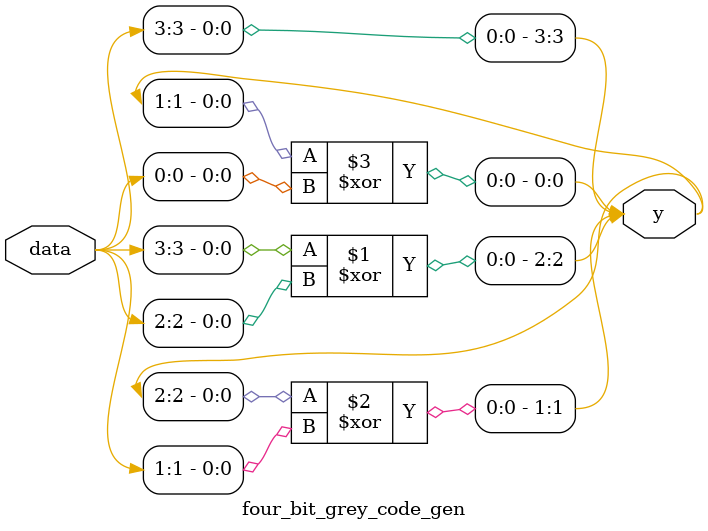
<source format=v>
module four_bit_grey_code_gen(data, y);
  input [3:0] data;
  output [3:0] y;
  assign y[3]=data[3];
  xor x1(y[2], y[3], data[2]);
  xor x2(y[1], y[2], data[1]);
  xor x3(y[0], y[1], data[0]);
endmodule

</source>
